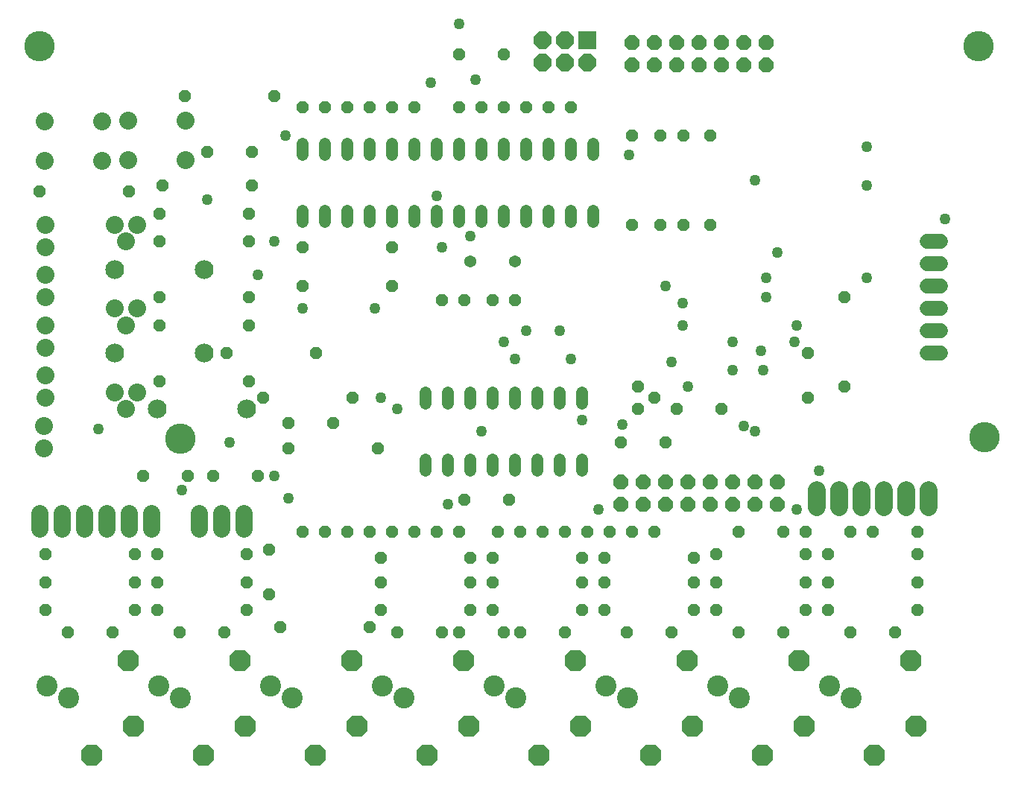
<source format=gbs>
G75*
G70*
%OFA0B0*%
%FSLAX24Y24*%
%IPPOS*%
%LPD*%
%AMOC8*
5,1,8,0,0,1.08239X$1,22.5*
%
%ADD10OC8,0.0945*%
%ADD11C,0.0945*%
%ADD12C,0.1360*%
%ADD13C,0.0540*%
%ADD14OC8,0.0540*%
%ADD15C,0.0540*%
%ADD16R,0.0800X0.0800*%
%ADD17OC8,0.0800*%
%ADD18C,0.0800*%
%ADD19C,0.0800*%
%ADD20C,0.0840*%
%ADD21C,0.0769*%
%ADD22OC8,0.0660*%
%ADD23OC8,0.0560*%
%ADD24C,0.0660*%
%ADD25C,0.0496*%
D10*
X005011Y002368D03*
X006861Y003648D03*
X010011Y002368D03*
X011861Y003648D03*
X015011Y002368D03*
X016861Y003648D03*
X020011Y002368D03*
X021861Y003648D03*
X025011Y002368D03*
X026861Y003648D03*
X030011Y002368D03*
X031861Y003648D03*
X035011Y002368D03*
X036861Y003648D03*
X040011Y002368D03*
X041861Y003648D03*
X041651Y006598D03*
X036651Y006598D03*
X031651Y006598D03*
X026651Y006598D03*
X021651Y006598D03*
X016651Y006598D03*
X011651Y006598D03*
X006651Y006598D03*
D11*
X008001Y005458D03*
X008991Y004908D03*
X013001Y005458D03*
X013991Y004908D03*
X018001Y005458D03*
X018991Y004908D03*
X023001Y005458D03*
X023991Y004908D03*
X028001Y005458D03*
X028991Y004908D03*
X033001Y005458D03*
X033991Y004908D03*
X038001Y005458D03*
X038991Y004908D03*
X003991Y004908D03*
X003001Y005458D03*
D12*
X008968Y016526D03*
X002681Y034088D03*
X044681Y034088D03*
X044931Y016588D03*
D13*
X027431Y026223D02*
X027431Y026703D01*
X026431Y026703D02*
X026431Y026223D01*
X025431Y026223D02*
X025431Y026703D01*
X024431Y026703D02*
X024431Y026223D01*
X023431Y026223D02*
X023431Y026703D01*
X022431Y026703D02*
X022431Y026223D01*
X021431Y026223D02*
X021431Y026703D01*
X020431Y026703D02*
X020431Y026223D01*
X019431Y026223D02*
X019431Y026703D01*
X018431Y026703D02*
X018431Y026223D01*
X017431Y026223D02*
X017431Y026703D01*
X016431Y026703D02*
X016431Y026223D01*
X015431Y026223D02*
X015431Y026703D01*
X014431Y026703D02*
X014431Y026223D01*
X014431Y029223D02*
X014431Y029703D01*
X015431Y029703D02*
X015431Y029223D01*
X016431Y029223D02*
X016431Y029703D01*
X017431Y029703D02*
X017431Y029223D01*
X018431Y029223D02*
X018431Y029703D01*
X019431Y029703D02*
X019431Y029223D01*
X020431Y029223D02*
X020431Y029703D01*
X021431Y029703D02*
X021431Y029223D01*
X022431Y029223D02*
X022431Y029703D01*
X023431Y029703D02*
X023431Y029223D01*
X024431Y029223D02*
X024431Y029703D01*
X025431Y029703D02*
X025431Y029223D01*
X026431Y029223D02*
X026431Y029703D01*
X027431Y029703D02*
X027431Y029223D01*
X026931Y018578D02*
X026931Y018098D01*
X025931Y018098D02*
X025931Y018578D01*
X024931Y018578D02*
X024931Y018098D01*
X023931Y018098D02*
X023931Y018578D01*
X022931Y018578D02*
X022931Y018098D01*
X021931Y018098D02*
X021931Y018578D01*
X020931Y018578D02*
X020931Y018098D01*
X019931Y018098D02*
X019931Y018578D01*
X019931Y015578D02*
X019931Y015098D01*
X020931Y015098D02*
X020931Y015578D01*
X021931Y015578D02*
X021931Y015098D01*
X022931Y015098D02*
X022931Y015578D01*
X023931Y015578D02*
X023931Y015098D01*
X024931Y015098D02*
X024931Y015578D01*
X025931Y015578D02*
X025931Y015098D01*
X026931Y015098D02*
X026931Y015578D01*
D14*
X028681Y016338D03*
X030681Y016338D03*
X031181Y017838D03*
X030181Y018338D03*
X029431Y017838D03*
X029431Y018838D03*
X033181Y017838D03*
X037056Y018338D03*
X038681Y018838D03*
X037056Y020338D03*
X038681Y022838D03*
X032681Y026088D03*
X031493Y026088D03*
X030431Y026088D03*
X029181Y026088D03*
X029181Y030088D03*
X030431Y030088D03*
X031493Y030088D03*
X032681Y030088D03*
X023931Y022713D03*
X022931Y022713D03*
X021681Y022713D03*
X020681Y022713D03*
X018431Y023338D03*
X018431Y025088D03*
X014431Y025088D03*
X014431Y023338D03*
X012056Y022838D03*
X012056Y021588D03*
X011056Y020338D03*
X012056Y019088D03*
X012681Y018338D03*
X013806Y017213D03*
X013806Y016088D03*
X012456Y014838D03*
X010456Y014838D03*
X009306Y014838D03*
X007306Y014838D03*
X006931Y011338D03*
X007931Y011338D03*
X007931Y010088D03*
X006931Y010088D03*
X006931Y008838D03*
X007931Y008838D03*
X008931Y007838D03*
X010931Y007838D03*
X011931Y008838D03*
X012931Y009538D03*
X011931Y010088D03*
X011931Y011338D03*
X012931Y011538D03*
X013431Y008088D03*
X017431Y008088D03*
X017931Y008838D03*
X018681Y007838D03*
X020681Y007838D03*
X021431Y007838D03*
X021931Y008838D03*
X022931Y008838D03*
X023431Y007838D03*
X024181Y007838D03*
X026181Y007838D03*
X026931Y008838D03*
X027931Y008838D03*
X028931Y007838D03*
X030931Y007838D03*
X031931Y008838D03*
X032931Y008838D03*
X033931Y007838D03*
X035931Y007838D03*
X036931Y008838D03*
X037931Y008838D03*
X038931Y007838D03*
X040931Y007838D03*
X041931Y008838D03*
X041931Y010088D03*
X041931Y011338D03*
X041931Y012338D03*
X039931Y012338D03*
X038931Y012338D03*
X037931Y011338D03*
X036931Y011338D03*
X036931Y012338D03*
X035931Y012338D03*
X033931Y012338D03*
X032931Y011338D03*
X031931Y011188D03*
X031931Y010088D03*
X032931Y010088D03*
X036931Y010088D03*
X037931Y010088D03*
X027931Y010088D03*
X026931Y010088D03*
X026931Y011188D03*
X027931Y011188D03*
X023681Y013788D03*
X021681Y013788D03*
X021931Y011188D03*
X022931Y011188D03*
X022931Y010088D03*
X021931Y010088D03*
X017931Y010088D03*
X017931Y011188D03*
X017806Y016088D03*
X015806Y017213D03*
X016681Y018338D03*
X015056Y020338D03*
X012056Y025338D03*
X012056Y026588D03*
X012181Y027838D03*
X012181Y029338D03*
X010181Y029338D03*
X008181Y027838D03*
X008056Y026588D03*
X008056Y025338D03*
X006681Y027588D03*
X002681Y027588D03*
X008056Y022838D03*
X008056Y021588D03*
X008056Y019088D03*
X002931Y011338D03*
X002931Y010088D03*
X002931Y008838D03*
X003931Y007838D03*
X005931Y007838D03*
X009181Y031838D03*
X013181Y031838D03*
X021431Y033713D03*
X023431Y033713D03*
D15*
X023931Y024463D03*
X021931Y024463D03*
D16*
X027181Y034338D03*
D17*
X026181Y034338D03*
X025181Y034338D03*
X025181Y033338D03*
X026181Y033338D03*
X027181Y033338D03*
D18*
X037431Y014208D02*
X037431Y013468D01*
X038431Y013468D02*
X038431Y014208D01*
X039431Y014208D02*
X039431Y013468D01*
X040431Y013468D02*
X040431Y014208D01*
X041431Y014208D02*
X041431Y013468D01*
X042431Y013468D02*
X042431Y014208D01*
D19*
X009211Y028973D03*
X009211Y030753D03*
X006651Y030753D03*
X005461Y030728D03*
X005461Y028948D03*
X006651Y028973D03*
X007056Y026088D03*
X006556Y025338D03*
X006056Y026088D03*
X002931Y026088D03*
X002931Y025088D03*
X002931Y023838D03*
X002931Y022838D03*
X002931Y021588D03*
X002931Y020588D03*
X002931Y019338D03*
X002931Y018338D03*
X002868Y017088D03*
X002868Y016088D03*
X006056Y018588D03*
X006556Y017838D03*
X007056Y018588D03*
X006556Y021588D03*
X007056Y022338D03*
X006056Y022338D03*
X002901Y028948D03*
X002901Y030728D03*
D20*
X006056Y024088D03*
X010056Y024088D03*
X010056Y020338D03*
X011931Y017838D03*
X007931Y017838D03*
X006056Y020338D03*
D21*
X005681Y013193D02*
X005681Y012484D01*
X006681Y012484D02*
X006681Y013193D01*
X007681Y013193D02*
X007681Y012484D01*
X009806Y012484D02*
X009806Y013193D01*
X010806Y013193D02*
X010806Y012484D01*
X011806Y012484D02*
X011806Y013193D01*
X004681Y013193D02*
X004681Y012484D01*
X003681Y012484D02*
X003681Y013193D01*
X002681Y013193D02*
X002681Y012484D01*
D22*
X028681Y013588D03*
X029681Y013588D03*
X030681Y013588D03*
X031681Y013588D03*
X032681Y013588D03*
X033681Y013588D03*
X034681Y013588D03*
X035681Y013588D03*
X035681Y014588D03*
X034681Y014588D03*
X033681Y014588D03*
X032681Y014588D03*
X031681Y014588D03*
X030681Y014588D03*
X029681Y014588D03*
X028681Y014588D03*
X029181Y033268D03*
X030181Y033268D03*
X031181Y033268D03*
X032181Y033268D03*
X033181Y033268D03*
X034181Y033268D03*
X035181Y033268D03*
X035181Y034268D03*
X034181Y034268D03*
X033181Y034268D03*
X032181Y034268D03*
X031181Y034268D03*
X030181Y034268D03*
X029181Y034268D03*
D23*
X026431Y031338D03*
X025431Y031338D03*
X024431Y031338D03*
X023431Y031338D03*
X022431Y031338D03*
X021431Y031338D03*
X019431Y031338D03*
X018431Y031338D03*
X017431Y031338D03*
X016431Y031338D03*
X015431Y031338D03*
X014431Y031338D03*
X014431Y012338D03*
X015431Y012338D03*
X016431Y012338D03*
X017431Y012338D03*
X018431Y012338D03*
X019431Y012338D03*
X020431Y012338D03*
X021431Y012338D03*
X023181Y012338D03*
X024181Y012338D03*
X025181Y012338D03*
X026181Y012338D03*
X027181Y012338D03*
X028181Y012338D03*
X029181Y012338D03*
X030181Y012338D03*
D24*
X042381Y020338D02*
X042981Y020338D01*
X042981Y021338D02*
X042381Y021338D01*
X042381Y022338D02*
X042981Y022338D01*
X042981Y023338D02*
X042381Y023338D01*
X042381Y024338D02*
X042981Y024338D01*
X042981Y025338D02*
X042381Y025338D01*
D25*
X043181Y026338D03*
X039681Y027838D03*
X039681Y029588D03*
X034681Y028088D03*
X035681Y024838D03*
X035181Y023713D03*
X035181Y022838D03*
X036556Y021588D03*
X036431Y020838D03*
X034931Y020463D03*
X033681Y020838D03*
X033681Y019588D03*
X035056Y019588D03*
X034181Y017088D03*
X034681Y016838D03*
X037556Y015088D03*
X036556Y013338D03*
X031681Y018838D03*
X030931Y019963D03*
X031431Y021588D03*
X031431Y022588D03*
X030681Y023338D03*
X026431Y020088D03*
X025931Y021338D03*
X024431Y021338D03*
X023431Y020838D03*
X023931Y020088D03*
X026931Y017338D03*
X028743Y017151D03*
X027681Y013338D03*
X022431Y016838D03*
X018681Y017838D03*
X017931Y018338D03*
X013181Y014838D03*
X013806Y013838D03*
X011181Y016338D03*
X009056Y014213D03*
X005306Y016963D03*
X012431Y023838D03*
X013181Y025338D03*
X010181Y027213D03*
X013681Y030088D03*
X020181Y032463D03*
X022181Y032588D03*
X021431Y035088D03*
X029056Y029213D03*
X021931Y025588D03*
X020681Y025088D03*
X020431Y027401D03*
X017681Y022338D03*
X014431Y022338D03*
X020931Y013588D03*
X039681Y023713D03*
M02*

</source>
